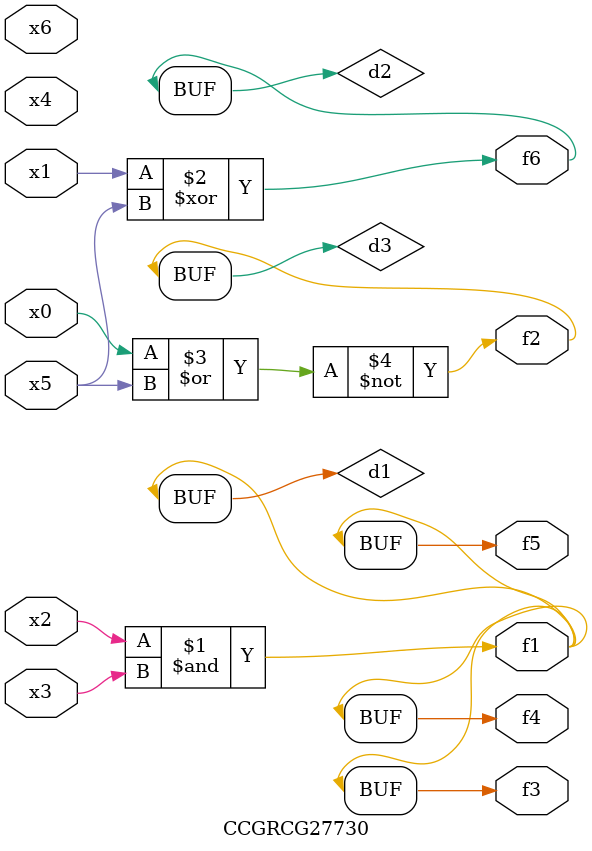
<source format=v>
module CCGRCG27730(
	input x0, x1, x2, x3, x4, x5, x6,
	output f1, f2, f3, f4, f5, f6
);

	wire d1, d2, d3;

	and (d1, x2, x3);
	xor (d2, x1, x5);
	nor (d3, x0, x5);
	assign f1 = d1;
	assign f2 = d3;
	assign f3 = d1;
	assign f4 = d1;
	assign f5 = d1;
	assign f6 = d2;
endmodule

</source>
